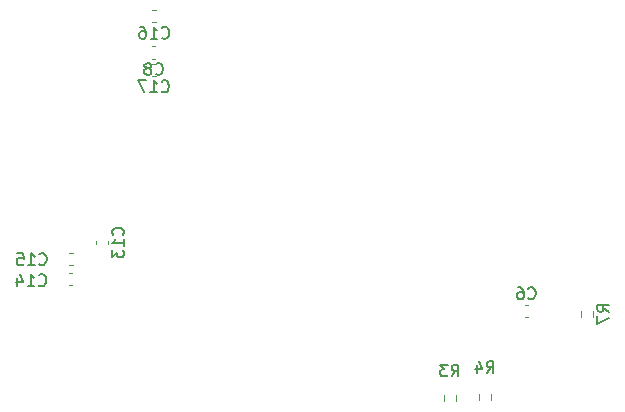
<source format=gbr>
G04 #@! TF.GenerationSoftware,KiCad,Pcbnew,9.0.7*
G04 #@! TF.CreationDate,2026-02-26T12:58:45-06:00*
G04 #@! TF.ProjectId,ImpactInsole_v1,496d7061-6374-4496-9e73-6f6c655f7631,rev?*
G04 #@! TF.SameCoordinates,Original*
G04 #@! TF.FileFunction,Legend,Bot*
G04 #@! TF.FilePolarity,Positive*
%FSLAX46Y46*%
G04 Gerber Fmt 4.6, Leading zero omitted, Abs format (unit mm)*
G04 Created by KiCad (PCBNEW 9.0.7) date 2026-02-26 12:58:45*
%MOMM*%
%LPD*%
G01*
G04 APERTURE LIST*
%ADD10C,0.150000*%
%ADD11C,0.120000*%
G04 APERTURE END LIST*
D10*
X79132857Y-89987080D02*
X79180476Y-90034700D01*
X79180476Y-90034700D02*
X79323333Y-90082319D01*
X79323333Y-90082319D02*
X79418571Y-90082319D01*
X79418571Y-90082319D02*
X79561428Y-90034700D01*
X79561428Y-90034700D02*
X79656666Y-89939461D01*
X79656666Y-89939461D02*
X79704285Y-89844223D01*
X79704285Y-89844223D02*
X79751904Y-89653747D01*
X79751904Y-89653747D02*
X79751904Y-89510890D01*
X79751904Y-89510890D02*
X79704285Y-89320414D01*
X79704285Y-89320414D02*
X79656666Y-89225176D01*
X79656666Y-89225176D02*
X79561428Y-89129938D01*
X79561428Y-89129938D02*
X79418571Y-89082319D01*
X79418571Y-89082319D02*
X79323333Y-89082319D01*
X79323333Y-89082319D02*
X79180476Y-89129938D01*
X79180476Y-89129938D02*
X79132857Y-89177557D01*
X78180476Y-90082319D02*
X78751904Y-90082319D01*
X78466190Y-90082319D02*
X78466190Y-89082319D01*
X78466190Y-89082319D02*
X78561428Y-89225176D01*
X78561428Y-89225176D02*
X78656666Y-89320414D01*
X78656666Y-89320414D02*
X78751904Y-89368033D01*
X77275714Y-89082319D02*
X77751904Y-89082319D01*
X77751904Y-89082319D02*
X77799523Y-89558509D01*
X77799523Y-89558509D02*
X77751904Y-89510890D01*
X77751904Y-89510890D02*
X77656666Y-89463271D01*
X77656666Y-89463271D02*
X77418571Y-89463271D01*
X77418571Y-89463271D02*
X77323333Y-89510890D01*
X77323333Y-89510890D02*
X77275714Y-89558509D01*
X77275714Y-89558509D02*
X77228095Y-89653747D01*
X77228095Y-89653747D02*
X77228095Y-89891842D01*
X77228095Y-89891842D02*
X77275714Y-89987080D01*
X77275714Y-89987080D02*
X77323333Y-90034700D01*
X77323333Y-90034700D02*
X77418571Y-90082319D01*
X77418571Y-90082319D02*
X77656666Y-90082319D01*
X77656666Y-90082319D02*
X77751904Y-90034700D01*
X77751904Y-90034700D02*
X77799523Y-89987080D01*
X79092857Y-91767080D02*
X79140476Y-91814700D01*
X79140476Y-91814700D02*
X79283333Y-91862319D01*
X79283333Y-91862319D02*
X79378571Y-91862319D01*
X79378571Y-91862319D02*
X79521428Y-91814700D01*
X79521428Y-91814700D02*
X79616666Y-91719461D01*
X79616666Y-91719461D02*
X79664285Y-91624223D01*
X79664285Y-91624223D02*
X79711904Y-91433747D01*
X79711904Y-91433747D02*
X79711904Y-91290890D01*
X79711904Y-91290890D02*
X79664285Y-91100414D01*
X79664285Y-91100414D02*
X79616666Y-91005176D01*
X79616666Y-91005176D02*
X79521428Y-90909938D01*
X79521428Y-90909938D02*
X79378571Y-90862319D01*
X79378571Y-90862319D02*
X79283333Y-90862319D01*
X79283333Y-90862319D02*
X79140476Y-90909938D01*
X79140476Y-90909938D02*
X79092857Y-90957557D01*
X78140476Y-91862319D02*
X78711904Y-91862319D01*
X78426190Y-91862319D02*
X78426190Y-90862319D01*
X78426190Y-90862319D02*
X78521428Y-91005176D01*
X78521428Y-91005176D02*
X78616666Y-91100414D01*
X78616666Y-91100414D02*
X78711904Y-91148033D01*
X77283333Y-91195652D02*
X77283333Y-91862319D01*
X77521428Y-90814700D02*
X77759523Y-91528985D01*
X77759523Y-91528985D02*
X77140476Y-91528985D01*
X117016666Y-99204819D02*
X117349999Y-98728628D01*
X117588094Y-99204819D02*
X117588094Y-98204819D01*
X117588094Y-98204819D02*
X117207142Y-98204819D01*
X117207142Y-98204819D02*
X117111904Y-98252438D01*
X117111904Y-98252438D02*
X117064285Y-98300057D01*
X117064285Y-98300057D02*
X117016666Y-98395295D01*
X117016666Y-98395295D02*
X117016666Y-98538152D01*
X117016666Y-98538152D02*
X117064285Y-98633390D01*
X117064285Y-98633390D02*
X117111904Y-98681009D01*
X117111904Y-98681009D02*
X117207142Y-98728628D01*
X117207142Y-98728628D02*
X117588094Y-98728628D01*
X116159523Y-98538152D02*
X116159523Y-99204819D01*
X116397618Y-98157200D02*
X116635713Y-98871485D01*
X116635713Y-98871485D02*
X116016666Y-98871485D01*
X89482857Y-75349580D02*
X89530476Y-75397200D01*
X89530476Y-75397200D02*
X89673333Y-75444819D01*
X89673333Y-75444819D02*
X89768571Y-75444819D01*
X89768571Y-75444819D02*
X89911428Y-75397200D01*
X89911428Y-75397200D02*
X90006666Y-75301961D01*
X90006666Y-75301961D02*
X90054285Y-75206723D01*
X90054285Y-75206723D02*
X90101904Y-75016247D01*
X90101904Y-75016247D02*
X90101904Y-74873390D01*
X90101904Y-74873390D02*
X90054285Y-74682914D01*
X90054285Y-74682914D02*
X90006666Y-74587676D01*
X90006666Y-74587676D02*
X89911428Y-74492438D01*
X89911428Y-74492438D02*
X89768571Y-74444819D01*
X89768571Y-74444819D02*
X89673333Y-74444819D01*
X89673333Y-74444819D02*
X89530476Y-74492438D01*
X89530476Y-74492438D02*
X89482857Y-74540057D01*
X88530476Y-75444819D02*
X89101904Y-75444819D01*
X88816190Y-75444819D02*
X88816190Y-74444819D01*
X88816190Y-74444819D02*
X88911428Y-74587676D01*
X88911428Y-74587676D02*
X89006666Y-74682914D01*
X89006666Y-74682914D02*
X89101904Y-74730533D01*
X88197142Y-74444819D02*
X87530476Y-74444819D01*
X87530476Y-74444819D02*
X87959047Y-75444819D01*
X86199580Y-87514642D02*
X86247200Y-87467023D01*
X86247200Y-87467023D02*
X86294819Y-87324166D01*
X86294819Y-87324166D02*
X86294819Y-87228928D01*
X86294819Y-87228928D02*
X86247200Y-87086071D01*
X86247200Y-87086071D02*
X86151961Y-86990833D01*
X86151961Y-86990833D02*
X86056723Y-86943214D01*
X86056723Y-86943214D02*
X85866247Y-86895595D01*
X85866247Y-86895595D02*
X85723390Y-86895595D01*
X85723390Y-86895595D02*
X85532914Y-86943214D01*
X85532914Y-86943214D02*
X85437676Y-86990833D01*
X85437676Y-86990833D02*
X85342438Y-87086071D01*
X85342438Y-87086071D02*
X85294819Y-87228928D01*
X85294819Y-87228928D02*
X85294819Y-87324166D01*
X85294819Y-87324166D02*
X85342438Y-87467023D01*
X85342438Y-87467023D02*
X85390057Y-87514642D01*
X86294819Y-88467023D02*
X86294819Y-87895595D01*
X86294819Y-88181309D02*
X85294819Y-88181309D01*
X85294819Y-88181309D02*
X85437676Y-88086071D01*
X85437676Y-88086071D02*
X85532914Y-87990833D01*
X85532914Y-87990833D02*
X85580533Y-87895595D01*
X85294819Y-88800357D02*
X85294819Y-89419404D01*
X85294819Y-89419404D02*
X85675771Y-89086071D01*
X85675771Y-89086071D02*
X85675771Y-89228928D01*
X85675771Y-89228928D02*
X85723390Y-89324166D01*
X85723390Y-89324166D02*
X85771009Y-89371785D01*
X85771009Y-89371785D02*
X85866247Y-89419404D01*
X85866247Y-89419404D02*
X86104342Y-89419404D01*
X86104342Y-89419404D02*
X86199580Y-89371785D01*
X86199580Y-89371785D02*
X86247200Y-89324166D01*
X86247200Y-89324166D02*
X86294819Y-89228928D01*
X86294819Y-89228928D02*
X86294819Y-88943214D01*
X86294819Y-88943214D02*
X86247200Y-88847976D01*
X86247200Y-88847976D02*
X86199580Y-88800357D01*
X127374819Y-94023333D02*
X126898628Y-93690000D01*
X127374819Y-93451905D02*
X126374819Y-93451905D01*
X126374819Y-93451905D02*
X126374819Y-93832857D01*
X126374819Y-93832857D02*
X126422438Y-93928095D01*
X126422438Y-93928095D02*
X126470057Y-93975714D01*
X126470057Y-93975714D02*
X126565295Y-94023333D01*
X126565295Y-94023333D02*
X126708152Y-94023333D01*
X126708152Y-94023333D02*
X126803390Y-93975714D01*
X126803390Y-93975714D02*
X126851009Y-93928095D01*
X126851009Y-93928095D02*
X126898628Y-93832857D01*
X126898628Y-93832857D02*
X126898628Y-93451905D01*
X126374819Y-94356667D02*
X126374819Y-95023333D01*
X126374819Y-95023333D02*
X127374819Y-94594762D01*
X88984166Y-73869580D02*
X89031785Y-73917200D01*
X89031785Y-73917200D02*
X89174642Y-73964819D01*
X89174642Y-73964819D02*
X89269880Y-73964819D01*
X89269880Y-73964819D02*
X89412737Y-73917200D01*
X89412737Y-73917200D02*
X89507975Y-73821961D01*
X89507975Y-73821961D02*
X89555594Y-73726723D01*
X89555594Y-73726723D02*
X89603213Y-73536247D01*
X89603213Y-73536247D02*
X89603213Y-73393390D01*
X89603213Y-73393390D02*
X89555594Y-73202914D01*
X89555594Y-73202914D02*
X89507975Y-73107676D01*
X89507975Y-73107676D02*
X89412737Y-73012438D01*
X89412737Y-73012438D02*
X89269880Y-72964819D01*
X89269880Y-72964819D02*
X89174642Y-72964819D01*
X89174642Y-72964819D02*
X89031785Y-73012438D01*
X89031785Y-73012438D02*
X88984166Y-73060057D01*
X88412737Y-73393390D02*
X88507975Y-73345771D01*
X88507975Y-73345771D02*
X88555594Y-73298152D01*
X88555594Y-73298152D02*
X88603213Y-73202914D01*
X88603213Y-73202914D02*
X88603213Y-73155295D01*
X88603213Y-73155295D02*
X88555594Y-73060057D01*
X88555594Y-73060057D02*
X88507975Y-73012438D01*
X88507975Y-73012438D02*
X88412737Y-72964819D01*
X88412737Y-72964819D02*
X88222261Y-72964819D01*
X88222261Y-72964819D02*
X88127023Y-73012438D01*
X88127023Y-73012438D02*
X88079404Y-73060057D01*
X88079404Y-73060057D02*
X88031785Y-73155295D01*
X88031785Y-73155295D02*
X88031785Y-73202914D01*
X88031785Y-73202914D02*
X88079404Y-73298152D01*
X88079404Y-73298152D02*
X88127023Y-73345771D01*
X88127023Y-73345771D02*
X88222261Y-73393390D01*
X88222261Y-73393390D02*
X88412737Y-73393390D01*
X88412737Y-73393390D02*
X88507975Y-73441009D01*
X88507975Y-73441009D02*
X88555594Y-73488628D01*
X88555594Y-73488628D02*
X88603213Y-73583866D01*
X88603213Y-73583866D02*
X88603213Y-73774342D01*
X88603213Y-73774342D02*
X88555594Y-73869580D01*
X88555594Y-73869580D02*
X88507975Y-73917200D01*
X88507975Y-73917200D02*
X88412737Y-73964819D01*
X88412737Y-73964819D02*
X88222261Y-73964819D01*
X88222261Y-73964819D02*
X88127023Y-73917200D01*
X88127023Y-73917200D02*
X88079404Y-73869580D01*
X88079404Y-73869580D02*
X88031785Y-73774342D01*
X88031785Y-73774342D02*
X88031785Y-73583866D01*
X88031785Y-73583866D02*
X88079404Y-73488628D01*
X88079404Y-73488628D02*
X88127023Y-73441009D01*
X88127023Y-73441009D02*
X88222261Y-73393390D01*
X89500357Y-70809580D02*
X89547976Y-70857200D01*
X89547976Y-70857200D02*
X89690833Y-70904819D01*
X89690833Y-70904819D02*
X89786071Y-70904819D01*
X89786071Y-70904819D02*
X89928928Y-70857200D01*
X89928928Y-70857200D02*
X90024166Y-70761961D01*
X90024166Y-70761961D02*
X90071785Y-70666723D01*
X90071785Y-70666723D02*
X90119404Y-70476247D01*
X90119404Y-70476247D02*
X90119404Y-70333390D01*
X90119404Y-70333390D02*
X90071785Y-70142914D01*
X90071785Y-70142914D02*
X90024166Y-70047676D01*
X90024166Y-70047676D02*
X89928928Y-69952438D01*
X89928928Y-69952438D02*
X89786071Y-69904819D01*
X89786071Y-69904819D02*
X89690833Y-69904819D01*
X89690833Y-69904819D02*
X89547976Y-69952438D01*
X89547976Y-69952438D02*
X89500357Y-70000057D01*
X88547976Y-70904819D02*
X89119404Y-70904819D01*
X88833690Y-70904819D02*
X88833690Y-69904819D01*
X88833690Y-69904819D02*
X88928928Y-70047676D01*
X88928928Y-70047676D02*
X89024166Y-70142914D01*
X89024166Y-70142914D02*
X89119404Y-70190533D01*
X87690833Y-69904819D02*
X87881309Y-69904819D01*
X87881309Y-69904819D02*
X87976547Y-69952438D01*
X87976547Y-69952438D02*
X88024166Y-70000057D01*
X88024166Y-70000057D02*
X88119404Y-70142914D01*
X88119404Y-70142914D02*
X88167023Y-70333390D01*
X88167023Y-70333390D02*
X88167023Y-70714342D01*
X88167023Y-70714342D02*
X88119404Y-70809580D01*
X88119404Y-70809580D02*
X88071785Y-70857200D01*
X88071785Y-70857200D02*
X87976547Y-70904819D01*
X87976547Y-70904819D02*
X87786071Y-70904819D01*
X87786071Y-70904819D02*
X87690833Y-70857200D01*
X87690833Y-70857200D02*
X87643214Y-70809580D01*
X87643214Y-70809580D02*
X87595595Y-70714342D01*
X87595595Y-70714342D02*
X87595595Y-70476247D01*
X87595595Y-70476247D02*
X87643214Y-70381009D01*
X87643214Y-70381009D02*
X87690833Y-70333390D01*
X87690833Y-70333390D02*
X87786071Y-70285771D01*
X87786071Y-70285771D02*
X87976547Y-70285771D01*
X87976547Y-70285771D02*
X88071785Y-70333390D01*
X88071785Y-70333390D02*
X88119404Y-70381009D01*
X88119404Y-70381009D02*
X88167023Y-70476247D01*
X120526666Y-92879580D02*
X120574285Y-92927200D01*
X120574285Y-92927200D02*
X120717142Y-92974819D01*
X120717142Y-92974819D02*
X120812380Y-92974819D01*
X120812380Y-92974819D02*
X120955237Y-92927200D01*
X120955237Y-92927200D02*
X121050475Y-92831961D01*
X121050475Y-92831961D02*
X121098094Y-92736723D01*
X121098094Y-92736723D02*
X121145713Y-92546247D01*
X121145713Y-92546247D02*
X121145713Y-92403390D01*
X121145713Y-92403390D02*
X121098094Y-92212914D01*
X121098094Y-92212914D02*
X121050475Y-92117676D01*
X121050475Y-92117676D02*
X120955237Y-92022438D01*
X120955237Y-92022438D02*
X120812380Y-91974819D01*
X120812380Y-91974819D02*
X120717142Y-91974819D01*
X120717142Y-91974819D02*
X120574285Y-92022438D01*
X120574285Y-92022438D02*
X120526666Y-92070057D01*
X119669523Y-91974819D02*
X119859999Y-91974819D01*
X119859999Y-91974819D02*
X119955237Y-92022438D01*
X119955237Y-92022438D02*
X120002856Y-92070057D01*
X120002856Y-92070057D02*
X120098094Y-92212914D01*
X120098094Y-92212914D02*
X120145713Y-92403390D01*
X120145713Y-92403390D02*
X120145713Y-92784342D01*
X120145713Y-92784342D02*
X120098094Y-92879580D01*
X120098094Y-92879580D02*
X120050475Y-92927200D01*
X120050475Y-92927200D02*
X119955237Y-92974819D01*
X119955237Y-92974819D02*
X119764761Y-92974819D01*
X119764761Y-92974819D02*
X119669523Y-92927200D01*
X119669523Y-92927200D02*
X119621904Y-92879580D01*
X119621904Y-92879580D02*
X119574285Y-92784342D01*
X119574285Y-92784342D02*
X119574285Y-92546247D01*
X119574285Y-92546247D02*
X119621904Y-92451009D01*
X119621904Y-92451009D02*
X119669523Y-92403390D01*
X119669523Y-92403390D02*
X119764761Y-92355771D01*
X119764761Y-92355771D02*
X119955237Y-92355771D01*
X119955237Y-92355771D02*
X120050475Y-92403390D01*
X120050475Y-92403390D02*
X120098094Y-92451009D01*
X120098094Y-92451009D02*
X120145713Y-92546247D01*
X114036666Y-99494819D02*
X114369999Y-99018628D01*
X114608094Y-99494819D02*
X114608094Y-98494819D01*
X114608094Y-98494819D02*
X114227142Y-98494819D01*
X114227142Y-98494819D02*
X114131904Y-98542438D01*
X114131904Y-98542438D02*
X114084285Y-98590057D01*
X114084285Y-98590057D02*
X114036666Y-98685295D01*
X114036666Y-98685295D02*
X114036666Y-98828152D01*
X114036666Y-98828152D02*
X114084285Y-98923390D01*
X114084285Y-98923390D02*
X114131904Y-98971009D01*
X114131904Y-98971009D02*
X114227142Y-99018628D01*
X114227142Y-99018628D02*
X114608094Y-99018628D01*
X113703332Y-98494819D02*
X113084285Y-98494819D01*
X113084285Y-98494819D02*
X113417618Y-98875771D01*
X113417618Y-98875771D02*
X113274761Y-98875771D01*
X113274761Y-98875771D02*
X113179523Y-98923390D01*
X113179523Y-98923390D02*
X113131904Y-98971009D01*
X113131904Y-98971009D02*
X113084285Y-99066247D01*
X113084285Y-99066247D02*
X113084285Y-99304342D01*
X113084285Y-99304342D02*
X113131904Y-99399580D01*
X113131904Y-99399580D02*
X113179523Y-99447200D01*
X113179523Y-99447200D02*
X113274761Y-99494819D01*
X113274761Y-99494819D02*
X113560475Y-99494819D01*
X113560475Y-99494819D02*
X113655713Y-99447200D01*
X113655713Y-99447200D02*
X113703332Y-99399580D01*
D11*
G04 #@! TO.C,C15*
X81651233Y-89017500D02*
X81943767Y-89017500D01*
X81651233Y-90037500D02*
X81943767Y-90037500D01*
G04 #@! TO.C,C14*
X81613733Y-90767500D02*
X81906267Y-90767500D01*
X81613733Y-91787500D02*
X81906267Y-91787500D01*
G04 #@! TO.C,R4*
X116357500Y-100985276D02*
X116357500Y-101494724D01*
X117402500Y-100985276D02*
X117402500Y-101494724D01*
G04 #@! TO.C,C17*
X88693733Y-73050000D02*
X88986267Y-73050000D01*
X88693733Y-74070000D02*
X88986267Y-74070000D01*
G04 #@! TO.C,C13*
X83900000Y-88303767D02*
X83900000Y-88011233D01*
X84920000Y-88303767D02*
X84920000Y-88011233D01*
G04 #@! TO.C,R7*
X124967500Y-94444724D02*
X124967500Y-93935276D01*
X126012500Y-94444724D02*
X126012500Y-93935276D01*
G04 #@! TO.C,C8*
X88671233Y-71570000D02*
X88963767Y-71570000D01*
X88671233Y-72590000D02*
X88963767Y-72590000D01*
G04 #@! TO.C,C16*
X88711233Y-68510000D02*
X89003767Y-68510000D01*
X88711233Y-69530000D02*
X89003767Y-69530000D01*
G04 #@! TO.C,C6*
X120506267Y-93440000D02*
X120213733Y-93440000D01*
X120506267Y-94460000D02*
X120213733Y-94460000D01*
G04 #@! TO.C,R3*
X113387500Y-101624724D02*
X113387500Y-101115276D01*
X114432500Y-101624724D02*
X114432500Y-101115276D01*
G04 #@! TD*
M02*

</source>
